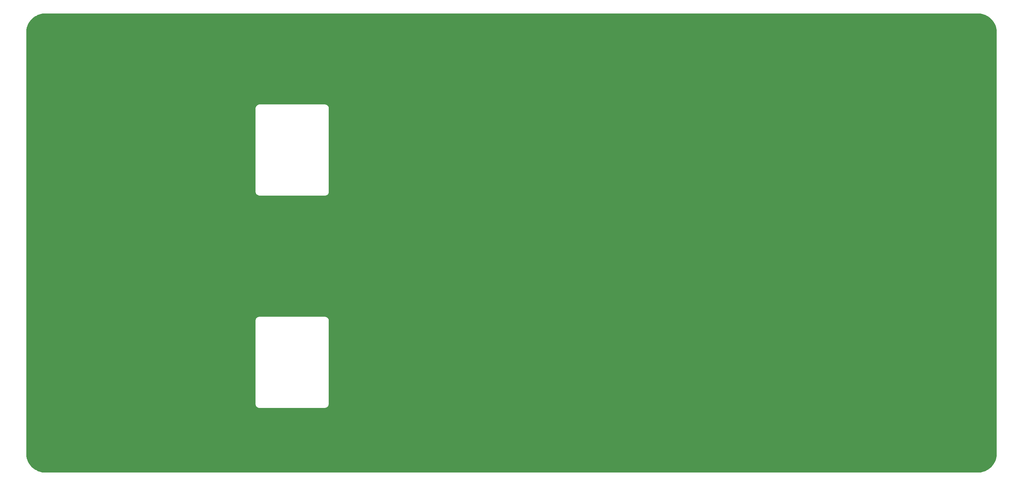
<source format=gbr>
%TF.GenerationSoftware,KiCad,Pcbnew,8.0.4-8.0.4-0~ubuntu22.04.1*%
%TF.CreationDate,2024-09-01T09:55:56+02:00*%
%TF.ProjectId,Forte_PA_Deck,466f7274-655f-4504-915f-4465636b2e6b,1.0*%
%TF.SameCoordinates,Original*%
%TF.FileFunction,Copper,L2,Bot*%
%TF.FilePolarity,Positive*%
%FSLAX46Y46*%
G04 Gerber Fmt 4.6, Leading zero omitted, Abs format (unit mm)*
G04 Created by KiCad (PCBNEW 8.0.4-8.0.4-0~ubuntu22.04.1) date 2024-09-01 09:55:56*
%MOMM*%
%LPD*%
G01*
G04 APERTURE LIST*
%TA.AperFunction,ComponentPad*%
%ADD10C,4.000000*%
%TD*%
%TA.AperFunction,ComponentPad*%
%ADD11O,1.600000X1.600000*%
%TD*%
%TA.AperFunction,ComponentPad*%
%ADD12O,2.500000X4.500000*%
%TD*%
%TA.AperFunction,ViaPad*%
%ADD13C,1.000000*%
%TD*%
%TA.AperFunction,ViaPad*%
%ADD14C,1.750000*%
%TD*%
%TA.AperFunction,ViaPad*%
%ADD15C,9.000000*%
%TD*%
G04 APERTURE END LIST*
D10*
%TO.P,J4,1,Pin_1*%
%TO.N,GND*%
X256790000Y-128000000D03*
X256790000Y-138800000D03*
X262000000Y-128000000D03*
X262000000Y-138800000D03*
X267210000Y-128000000D03*
X267210000Y-138800000D03*
%TD*%
D11*
%TO.P,TH1,2*%
%TO.N,GND*%
X94750000Y-54000000D03*
%TD*%
%TO.P,TH3,2*%
%TO.N,GND*%
X81750000Y-117440000D03*
%TD*%
D12*
%TO.P,Q2,2,S*%
%TO.N,GND*%
X94050000Y-108000000D03*
%TD*%
%TO.P,Q1,2,S*%
%TO.N,GND*%
X94050000Y-83800000D03*
%TD*%
D11*
%TO.P,TH2,2*%
%TO.N,GND*%
X81800000Y-74560000D03*
%TD*%
D13*
%TO.N,GND*%
X94900000Y-46900000D03*
X88000000Y-46900000D03*
X81100000Y-46900000D03*
X85700000Y-46900000D03*
X76500000Y-46900000D03*
X90300000Y-46900000D03*
X78800000Y-46900000D03*
X92600000Y-46900000D03*
X97200000Y-46900000D03*
X83400000Y-46900000D03*
X99500000Y-46900000D03*
X97100000Y-40400000D03*
X91100000Y-38500000D03*
X83800000Y-41900000D03*
X91000000Y-42000000D03*
X74200000Y-43200000D03*
X76700000Y-43100000D03*
D14*
X96000000Y-88500000D03*
D13*
X101828600Y-51054000D03*
X93065600Y-40335200D03*
X36550000Y-33250000D03*
X245850000Y-33250000D03*
X25000000Y-104050000D03*
X276250000Y-127700000D03*
D14*
X186750000Y-113000000D03*
D13*
X63231296Y-84974792D03*
X199500000Y-148000000D03*
X58250000Y-151500000D03*
D14*
X135166664Y-141750000D03*
X242916664Y-98250000D03*
D13*
X276250000Y-134600000D03*
D14*
X127249998Y-115750000D03*
X141583330Y-126000000D03*
D13*
X30750000Y-134750000D03*
X43000000Y-130000000D03*
X58500000Y-46750000D03*
X276250000Y-120800000D03*
X50250000Y-91050000D03*
X278750000Y-117700000D03*
X28000000Y-100550000D03*
X142350000Y-33250000D03*
X45750000Y-105550000D03*
X184550000Y-151500000D03*
X60550000Y-151500000D03*
D14*
X131583331Y-141750000D03*
X159500000Y-115750000D03*
X82000000Y-124250000D03*
D13*
X276250000Y-95500000D03*
X156150000Y-33250000D03*
X209850000Y-151500000D03*
D14*
X91500000Y-81500000D03*
X260833329Y-98250000D03*
D13*
X152000000Y-38000000D03*
D14*
X107400000Y-54600000D03*
D13*
X106000000Y-38000000D03*
X278750000Y-67450000D03*
X100507800Y-49149000D03*
X70500000Y-80750000D03*
X45750000Y-119350000D03*
D14*
X137999997Y-115750000D03*
X183583332Y-53000000D03*
D13*
X190300000Y-148000000D03*
X115750000Y-151500000D03*
X218250000Y-33250000D03*
D14*
X183333332Y-62250000D03*
X153333329Y-58750000D03*
D13*
X45750000Y-103250000D03*
D14*
X107150000Y-75600000D03*
X148749996Y-126000000D03*
D13*
X50250000Y-104850000D03*
X228250000Y-151500000D03*
X278750000Y-69750000D03*
X28000000Y-114350000D03*
D14*
X156916662Y-50000000D03*
D13*
X84407800Y-49149000D03*
X278750000Y-120000000D03*
D14*
X183749999Y-103250000D03*
D13*
X260450000Y-151500000D03*
X108850000Y-151500000D03*
X278750000Y-138400000D03*
D14*
X231416669Y-90750000D03*
D13*
X278750000Y-115400000D03*
X106800000Y-146500000D03*
X142800000Y-38000000D03*
X85850000Y-151500000D03*
D14*
X160500000Y-58750000D03*
X155916662Y-135500000D03*
X152333329Y-126000000D03*
D13*
X41600000Y-65600000D03*
D14*
X82000000Y-131750000D03*
D13*
X48750000Y-129750000D03*
D14*
X88166663Y-141750000D03*
D13*
X213650000Y-33250000D03*
X170750000Y-151500000D03*
X25000000Y-108650000D03*
X149250000Y-33250000D03*
D14*
X259000000Y-50083335D03*
D13*
X54250000Y-53000000D03*
X79200000Y-146500000D03*
X206400000Y-148000000D03*
X45750000Y-112450000D03*
X31700000Y-87750000D03*
X149700000Y-38000000D03*
D14*
X221416666Y-98250000D03*
D13*
X104500000Y-146500000D03*
X62850000Y-151500000D03*
X89450000Y-33250000D03*
D14*
X124416665Y-141750000D03*
X77416664Y-141750000D03*
X113666666Y-67250000D03*
D13*
X215950000Y-33250000D03*
D14*
X224999999Y-98250000D03*
D13*
X98207800Y-49149000D03*
X43750000Y-46000000D03*
X183400000Y-148000000D03*
X96350000Y-33250000D03*
X275750000Y-54700000D03*
X225150000Y-33250000D03*
X99900000Y-146500000D03*
X70500000Y-79250000D03*
X105550000Y-33250000D03*
X25000000Y-140850000D03*
X45750000Y-98650000D03*
D14*
X259000000Y-39333331D03*
X91500000Y-108750000D03*
D13*
X83550000Y-151500000D03*
D14*
X107150000Y-67350000D03*
D13*
X174800000Y-38000000D03*
D14*
X155916662Y-115750000D03*
D13*
X190900000Y-38000000D03*
X29750000Y-79250000D03*
X25000000Y-55750000D03*
X172250000Y-33250000D03*
X66500000Y-85500000D03*
X61515000Y-70060000D03*
X59750000Y-46750000D03*
X28000000Y-91350000D03*
D14*
X217833333Y-98250000D03*
D13*
X276250000Y-93200000D03*
X70500000Y-111250000D03*
D14*
X243450000Y-69950000D03*
D13*
X74350000Y-151500000D03*
D14*
X82000000Y-127750000D03*
D13*
X126700000Y-38000000D03*
X39000000Y-75000000D03*
D14*
X124666665Y-58750000D03*
D13*
X213300000Y-148000000D03*
X45750000Y-94050000D03*
X278750000Y-140700000D03*
D14*
X130833331Y-135500000D03*
X85000000Y-81600000D03*
D13*
X222850000Y-33250000D03*
X59000000Y-64250000D03*
D14*
X110083333Y-141750000D03*
D13*
X75600000Y-44800000D03*
X113450000Y-151500000D03*
X144650000Y-33250000D03*
X40500000Y-87700000D03*
X181450000Y-33250000D03*
X151550000Y-33250000D03*
X222500000Y-148000000D03*
X195250000Y-33250000D03*
X25000000Y-101750000D03*
X28000000Y-89050000D03*
D14*
X190916665Y-103250000D03*
D13*
X276250000Y-123100000D03*
D14*
X146166663Y-50000000D03*
D13*
X99528600Y-51054000D03*
X196050000Y-151500000D03*
X129000000Y-38000000D03*
D14*
X169000000Y-62250000D03*
D13*
X276250000Y-107000000D03*
X116000000Y-146500000D03*
X223650000Y-151500000D03*
D14*
X105750000Y-115750000D03*
X198499999Y-141250000D03*
X127999998Y-141750000D03*
D13*
X120350000Y-151500000D03*
X197800000Y-38000000D03*
X75900000Y-84900000D03*
X49500000Y-123750000D03*
D14*
X123666665Y-135500000D03*
D13*
X95300000Y-146500000D03*
X45750000Y-96350000D03*
X50250000Y-88750000D03*
D14*
X159500000Y-126000000D03*
D13*
X36500000Y-61500000D03*
X45750000Y-82550000D03*
X137750000Y-33250000D03*
D14*
X197916664Y-53000000D03*
D13*
X122650000Y-151500000D03*
X52650000Y-33250000D03*
X25000000Y-122450000D03*
D14*
X131833331Y-50000000D03*
X135416664Y-50000000D03*
D13*
X197200000Y-148000000D03*
D14*
X152333329Y-135500000D03*
X257000000Y-133500000D03*
X191333333Y-141250000D03*
X130833331Y-115750000D03*
D13*
X40500000Y-126800000D03*
X200100000Y-38000000D03*
X161750000Y-151500000D03*
D14*
X84900000Y-109500000D03*
D13*
X145650000Y-151500000D03*
D14*
X76000000Y-95750000D03*
D13*
X143600000Y-146500000D03*
X132100000Y-146500000D03*
X246650000Y-151500000D03*
X45750000Y-89450000D03*
X148200000Y-146500000D03*
X93607800Y-49149000D03*
X198350000Y-151500000D03*
X66450000Y-33250000D03*
X41250000Y-52500000D03*
D14*
X88000000Y-101300000D03*
D13*
X241250000Y-33250000D03*
D14*
X257200000Y-74450001D03*
X120083332Y-115750000D03*
D13*
X97228600Y-51054000D03*
X78828600Y-51054000D03*
D14*
X109333333Y-135500000D03*
D13*
X117050000Y-33250000D03*
X32250000Y-58250000D03*
D14*
X259000000Y-46500002D03*
X141583330Y-115750000D03*
X106750000Y-50000000D03*
D13*
X278750000Y-143000000D03*
X236000000Y-35500000D03*
X78740000Y-38963600D03*
X28000000Y-86750000D03*
D15*
X95000000Y-95750000D03*
D13*
X278750000Y-136100000D03*
X276250000Y-116200000D03*
D14*
X91500000Y-84500000D03*
D13*
X276250000Y-111600000D03*
X79950000Y-84925000D03*
X188600000Y-38000000D03*
X90328600Y-51054000D03*
X25000000Y-69550000D03*
X28000000Y-116650000D03*
X25000000Y-87950000D03*
X25000000Y-115550000D03*
D14*
X215416669Y-113000000D03*
D13*
X63250000Y-118000000D03*
X34250000Y-33250000D03*
X31250000Y-53750000D03*
D15*
X166000000Y-147000000D03*
D13*
X150500000Y-146500000D03*
X37550000Y-151500000D03*
X50250000Y-100250000D03*
X276250000Y-130000000D03*
D14*
X219166662Y-62250000D03*
X201499997Y-53000000D03*
D13*
X92750000Y-151500000D03*
X79807800Y-49149000D03*
X226000000Y-41500000D03*
X25000000Y-71850000D03*
D14*
X88000000Y-97000000D03*
D13*
X61785000Y-125550000D03*
X131850000Y-151500000D03*
X69750000Y-40750000D03*
X236000000Y-37250000D03*
D14*
X187333332Y-103250000D03*
X215999996Y-103250000D03*
D13*
X86100000Y-146500000D03*
D14*
X253666663Y-98250000D03*
D13*
X25000000Y-110950000D03*
D14*
X116499999Y-126000000D03*
D13*
X49050000Y-151500000D03*
D14*
X193916666Y-113000000D03*
D13*
X250450000Y-33250000D03*
X28000000Y-107450000D03*
D14*
X59499999Y-141750000D03*
D13*
X276250000Y-139200000D03*
X66000000Y-47000000D03*
D14*
X242166668Y-90750000D03*
D13*
X193200000Y-38000000D03*
X229750000Y-33250000D03*
X57500000Y-124000000D03*
X25000000Y-131650000D03*
X188350000Y-33250000D03*
D14*
X134416664Y-115750000D03*
D13*
X209050000Y-33250000D03*
X278750000Y-113100000D03*
D15*
X166000000Y-41000000D03*
D14*
X160500000Y-50000000D03*
D13*
X50250000Y-118650000D03*
X186300000Y-38000000D03*
X88028600Y-51054000D03*
D14*
X131583331Y-67250000D03*
D13*
X40500000Y-90000000D03*
X79500000Y-122500000D03*
X45750000Y-84850000D03*
X45750000Y-87150000D03*
X67250000Y-38000000D03*
X278750000Y-65150000D03*
X190650000Y-33250000D03*
X100950000Y-33250000D03*
X63100000Y-146500000D03*
X46250000Y-132250000D03*
X52000000Y-121250000D03*
X25000000Y-83350000D03*
D14*
X121083332Y-50000000D03*
X149499996Y-141750000D03*
X239333331Y-98250000D03*
D13*
X110600000Y-38000000D03*
X52750000Y-72750000D03*
D14*
X63083332Y-141750000D03*
D13*
X134400000Y-146500000D03*
X71900000Y-107300000D03*
X63250000Y-74000000D03*
X35250000Y-134750000D03*
X82000000Y-111250000D03*
X110150000Y-33250000D03*
X275750000Y-63900000D03*
X239750000Y-151500000D03*
X87150000Y-33250000D03*
X75250000Y-125000000D03*
X248950000Y-151500000D03*
X276250000Y-97800000D03*
X276250000Y-113900000D03*
X40750000Y-137750000D03*
D14*
X187166665Y-53000000D03*
X198383333Y-83000000D03*
D13*
X276250000Y-104700000D03*
X25000000Y-113250000D03*
X226000000Y-39750000D03*
X140500000Y-38000000D03*
X49750000Y-50250000D03*
X153850000Y-33250000D03*
X41250000Y-51250000D03*
X40500000Y-92300000D03*
X102200000Y-146500000D03*
X80000000Y-112000000D03*
D14*
X194499998Y-103250000D03*
D13*
X76750000Y-36750000D03*
X43300000Y-64000000D03*
X40500000Y-101500000D03*
D14*
X190499998Y-62250000D03*
D13*
X28000000Y-102850000D03*
X211350000Y-33250000D03*
X80500000Y-80250000D03*
X248150000Y-33250000D03*
X90765600Y-40335200D03*
D14*
X219583329Y-103250000D03*
X214250000Y-98250000D03*
D13*
X40500000Y-110700000D03*
X278750000Y-101600000D03*
X83800000Y-146500000D03*
X86165600Y-40335200D03*
X185700000Y-148000000D03*
D14*
X138999997Y-58750000D03*
D13*
X226000000Y-43799503D03*
D14*
X137999997Y-126000000D03*
X134416664Y-135500000D03*
X226750000Y-103250000D03*
X120833332Y-67250000D03*
D13*
X45750000Y-110150000D03*
X36000000Y-114300000D03*
D14*
X209249998Y-141250000D03*
X138749997Y-67250000D03*
X155916662Y-126000000D03*
D13*
X31500000Y-78250000D03*
X207000000Y-38000000D03*
X28000000Y-125850000D03*
X50250000Y-95650000D03*
X73350000Y-33250000D03*
D14*
X153083329Y-67250000D03*
D13*
X221350000Y-151500000D03*
X42150000Y-151500000D03*
D14*
X116499999Y-115750000D03*
X120833332Y-141750000D03*
X124416665Y-67250000D03*
D13*
X78765400Y-36750000D03*
D14*
X131833331Y-58750000D03*
D13*
X37000000Y-53250000D03*
X227100000Y-148000000D03*
D14*
X176166666Y-62250000D03*
D13*
X113700000Y-146500000D03*
X104851200Y-40741600D03*
D14*
X145166663Y-126000000D03*
D13*
X150250000Y-151500000D03*
X72700000Y-44800000D03*
X40500000Y-103800000D03*
X98650000Y-33250000D03*
X278750000Y-126900000D03*
D14*
X176583333Y-103250000D03*
X259000000Y-68000000D03*
D13*
X59000000Y-43250000D03*
X220800000Y-38000000D03*
X200650000Y-151500000D03*
D14*
X145166663Y-135500000D03*
D13*
X95000000Y-111250000D03*
D14*
X201249997Y-62250000D03*
D13*
X163050000Y-33250000D03*
X235150000Y-151500000D03*
X165350000Y-33250000D03*
X278750000Y-51350000D03*
D14*
X243450000Y-73533333D03*
X127249998Y-126000000D03*
D13*
X48050000Y-33250000D03*
D14*
X259149999Y-145600000D03*
D13*
X88400000Y-146500000D03*
X25000000Y-124750000D03*
D14*
X166900000Y-106400000D03*
X105750000Y-126000000D03*
D13*
X278750000Y-133800000D03*
X278750000Y-58250000D03*
X34000000Y-87750000D03*
D14*
X250083330Y-98250000D03*
X205549999Y-83000000D03*
D13*
X43450000Y-33250000D03*
D14*
X70249998Y-141750000D03*
D13*
X135900000Y-38000000D03*
X91307800Y-49149000D03*
X126250000Y-33250000D03*
D14*
X194916666Y-141250000D03*
X55916666Y-141750000D03*
X145916663Y-141750000D03*
D13*
X79900000Y-107300000D03*
X179400000Y-38000000D03*
D14*
X145916663Y-67250000D03*
X259000000Y-57250001D03*
D13*
X125200000Y-146500000D03*
X63250000Y-116500000D03*
X227750000Y-67000000D03*
X66750000Y-79000000D03*
X197550000Y-33250000D03*
D14*
X117249999Y-141750000D03*
D13*
X83500000Y-40300000D03*
X278750000Y-37550000D03*
X40500000Y-113000000D03*
D14*
X223000000Y-53000000D03*
D13*
X50250000Y-116350000D03*
X278750000Y-60550000D03*
X45750000Y-117050000D03*
X35250000Y-140750000D03*
X195500000Y-38000000D03*
D14*
X84583330Y-141750000D03*
D13*
X237450000Y-151500000D03*
X25000000Y-120150000D03*
D14*
X251983333Y-145600000D03*
X130833331Y-126000000D03*
D13*
X65500000Y-65500000D03*
X158900000Y-38000000D03*
X191450000Y-151500000D03*
X97600000Y-146500000D03*
X209300000Y-38000000D03*
X119800000Y-38000000D03*
X177650000Y-151500000D03*
X36250000Y-66750000D03*
D14*
X95333329Y-141750000D03*
D13*
X118300000Y-146500000D03*
D14*
X264166666Y-133500000D03*
X127999998Y-67250000D03*
X82600000Y-71200000D03*
D15*
X271000000Y-147000000D03*
D14*
X197666664Y-62250000D03*
D13*
X172500000Y-38000000D03*
X232850000Y-151500000D03*
X127250000Y-151500000D03*
X104250000Y-151500000D03*
X72050000Y-151500000D03*
X66000000Y-50000000D03*
X40500000Y-94600000D03*
X50350000Y-33250000D03*
X40500000Y-78500000D03*
X174550000Y-33250000D03*
X181700000Y-38000000D03*
X227450000Y-33250000D03*
D14*
X153083329Y-141750000D03*
D13*
X63750000Y-92000000D03*
X44450000Y-151500000D03*
X70000000Y-146500000D03*
X232050000Y-33250000D03*
X186850000Y-151500000D03*
D14*
X91000000Y-103100000D03*
D13*
X88465600Y-40335200D03*
X38000000Y-134750000D03*
X50250000Y-86450000D03*
D14*
X242883333Y-56050000D03*
D13*
X25000000Y-127050000D03*
D14*
X88000000Y-89800000D03*
X73000000Y-95750000D03*
D13*
X69700000Y-52500000D03*
X117500000Y-38000000D03*
X65150000Y-151500000D03*
D14*
X239300000Y-56050000D03*
D13*
X30750000Y-58250000D03*
D14*
X208833330Y-103250000D03*
X116499999Y-135500000D03*
D13*
X178800000Y-148000000D03*
D14*
X257200000Y-78033334D03*
X180166666Y-103250000D03*
D13*
X77400000Y-115950000D03*
D14*
X148749996Y-135500000D03*
D13*
X112450000Y-33250000D03*
D14*
X107400000Y-58850000D03*
D13*
X40500000Y-124500000D03*
X101950000Y-151500000D03*
X112900000Y-38000000D03*
D14*
X162100000Y-112200000D03*
D13*
X81500000Y-146500000D03*
X64150000Y-33250000D03*
X42050000Y-55500000D03*
X82550000Y-33250000D03*
D14*
X246499997Y-98250000D03*
D13*
X275750000Y-66200000D03*
X25000000Y-90250000D03*
X278750000Y-44450000D03*
X176850000Y-33250000D03*
D14*
X208249998Y-113000000D03*
D13*
X50250000Y-97950000D03*
X89500000Y-53000000D03*
X234350000Y-33250000D03*
X127500000Y-146500000D03*
X40500000Y-115300000D03*
X25000000Y-74150000D03*
X38250000Y-140000000D03*
X51500000Y-40000000D03*
D14*
X141583330Y-135500000D03*
D13*
X265050000Y-151500000D03*
X229400000Y-148000000D03*
X108300000Y-38000000D03*
D14*
X91500000Y-106500000D03*
D13*
X25000000Y-81050000D03*
X208700000Y-148000000D03*
X40500000Y-99200000D03*
X189150000Y-151500000D03*
X28000000Y-123550000D03*
X25000000Y-44250000D03*
X45250000Y-60200000D03*
D14*
X179749999Y-62250000D03*
D13*
X45750000Y-114750000D03*
D14*
X95500000Y-103000000D03*
D13*
X83000000Y-80500000D03*
X79000000Y-59800000D03*
D14*
X142583330Y-50000000D03*
D13*
X278750000Y-103900000D03*
D14*
X187750000Y-141250000D03*
D13*
X202150000Y-33250000D03*
X28000000Y-118950000D03*
X50250000Y-79550000D03*
X40500000Y-122200000D03*
X74000000Y-51000000D03*
X173050000Y-151500000D03*
X38850000Y-33250000D03*
X136450000Y-151500000D03*
D14*
X197499999Y-113000000D03*
D13*
X176500000Y-148000000D03*
X59000000Y-66000000D03*
D14*
X138749997Y-141750000D03*
D13*
X129800000Y-146500000D03*
X83000000Y-86750000D03*
X158450000Y-33250000D03*
X91750000Y-33250000D03*
X278750000Y-99300000D03*
X40500000Y-119900000D03*
X122100000Y-38000000D03*
X57750000Y-76000000D03*
X51250000Y-127250000D03*
X275750000Y-52400000D03*
X25000000Y-94850000D03*
D14*
X135416664Y-58750000D03*
D13*
X95050000Y-151500000D03*
X45750000Y-123950000D03*
X227750000Y-65250000D03*
X111400000Y-146500000D03*
X81500000Y-101250000D03*
X45750000Y-91750000D03*
D14*
X268000000Y-98250000D03*
X82600000Y-62200000D03*
D13*
X80500000Y-69250000D03*
X276250000Y-141500000D03*
X77507800Y-49149000D03*
X72500000Y-125000000D03*
X109100000Y-146500000D03*
X41250000Y-75000000D03*
X216200000Y-38000000D03*
D14*
X172583333Y-62250000D03*
D13*
X278750000Y-49050000D03*
X220550000Y-33250000D03*
D14*
X113916666Y-58750000D03*
D13*
X25000000Y-92550000D03*
X37500000Y-78250000D03*
X218500000Y-38000000D03*
D14*
X156916662Y-58750000D03*
X201083332Y-113000000D03*
D13*
X92250000Y-111250000D03*
X76650000Y-151500000D03*
X264250000Y-33250000D03*
D14*
X153333329Y-50000000D03*
D13*
X43750000Y-78250000D03*
X71050000Y-33250000D03*
X202400000Y-38000000D03*
X60800000Y-146500000D03*
X252750000Y-33250000D03*
D14*
X120083332Y-126000000D03*
D13*
X179150000Y-33250000D03*
X25000000Y-51150000D03*
X40500000Y-85400000D03*
D14*
X190333333Y-113000000D03*
D13*
X68750000Y-87250000D03*
D14*
X190749998Y-53000000D03*
X205666665Y-141250000D03*
D13*
X25000000Y-76450000D03*
X49250000Y-68750000D03*
D14*
X127249998Y-135500000D03*
D13*
X74600000Y-146500000D03*
X278750000Y-39850000D03*
X57750000Y-115000000D03*
D14*
X124666665Y-50000000D03*
D13*
X53000000Y-46750000D03*
D14*
X159500000Y-135500000D03*
D13*
X278750000Y-106200000D03*
D14*
X84750000Y-97000000D03*
X205083330Y-53000000D03*
D13*
X25000000Y-99450000D03*
X67700000Y-146500000D03*
X43750000Y-134500000D03*
X169950000Y-33250000D03*
D14*
X149749996Y-58750000D03*
D13*
X225400000Y-38000000D03*
D14*
X123666665Y-115750000D03*
X259000000Y-60833334D03*
X194800000Y-83000000D03*
D13*
X75650000Y-33250000D03*
D14*
X223166662Y-103250000D03*
X103900000Y-94200000D03*
X149499996Y-67250000D03*
D13*
X111150000Y-151500000D03*
D14*
X257200000Y-81616667D03*
D13*
X120600000Y-146500000D03*
X25000000Y-78750000D03*
X57750000Y-73750000D03*
X77950000Y-33250000D03*
D14*
X216416669Y-141250000D03*
D13*
X238950000Y-33250000D03*
X130850000Y-33250000D03*
X154300000Y-38000000D03*
X278750000Y-124600000D03*
X56250000Y-124000000D03*
D14*
X160250000Y-141750000D03*
X82600000Y-65000000D03*
D13*
X77750000Y-66000000D03*
X25000000Y-46550000D03*
D14*
X232166665Y-98250000D03*
D13*
X43750000Y-44000000D03*
X141300000Y-146500000D03*
X28000000Y-128150000D03*
D14*
X215833329Y-53000000D03*
D13*
X204450000Y-33250000D03*
X124950000Y-151500000D03*
X33000000Y-134750000D03*
X28000000Y-84450000D03*
X244350000Y-151500000D03*
X204700000Y-38000000D03*
X152550000Y-151500000D03*
D14*
X228583332Y-98250000D03*
D13*
X212150000Y-151500000D03*
X36000000Y-116600000D03*
D14*
X198383333Y-73400000D03*
X227833331Y-90750000D03*
D13*
X141050000Y-151500000D03*
X202950000Y-151500000D03*
X225950000Y-151500000D03*
X46250000Y-75000000D03*
X50900000Y-64900000D03*
D14*
X105750000Y-130750000D03*
D13*
X40250000Y-68000000D03*
D14*
X88000000Y-94500000D03*
D13*
X278750000Y-55950000D03*
D14*
X164500000Y-109300000D03*
D13*
X50250000Y-107150000D03*
X204100000Y-148000000D03*
X227700000Y-38000000D03*
X44000000Y-75000000D03*
X276250000Y-100100000D03*
D14*
X205549999Y-73400000D03*
D13*
X76581000Y-39014400D03*
X217900000Y-148000000D03*
X275750000Y-50100000D03*
X107850000Y-33250000D03*
D14*
X248400000Y-145600000D03*
D13*
X216750000Y-151500000D03*
X57750000Y-117000000D03*
X53650000Y-151500000D03*
X50250000Y-111750000D03*
X102666800Y-45237400D03*
X39600000Y-63300000D03*
D14*
X113666666Y-141750000D03*
X112916666Y-135500000D03*
X257200000Y-85200000D03*
X142333330Y-141750000D03*
D13*
X72750000Y-120750000D03*
X74500000Y-73250000D03*
X257350000Y-33250000D03*
D14*
X80999997Y-141750000D03*
D13*
X278750000Y-94700000D03*
X93000000Y-146500000D03*
X56500000Y-46750000D03*
X86707800Y-49149000D03*
X253550000Y-151500000D03*
X28000000Y-105150000D03*
D14*
X121083332Y-58750000D03*
D13*
X51000000Y-74500000D03*
D14*
X219416662Y-53000000D03*
D13*
X45750000Y-100950000D03*
X70250000Y-62250000D03*
D14*
X235000002Y-90750000D03*
D13*
X45750000Y-33250000D03*
X131300000Y-38000000D03*
D14*
X101300000Y-95900000D03*
D13*
X25000000Y-85650000D03*
X227750000Y-60000000D03*
X213900000Y-38000000D03*
X45750000Y-80250000D03*
X76500000Y-51000000D03*
X276250000Y-132300000D03*
X242050000Y-151500000D03*
X160750000Y-33250000D03*
D14*
X201966666Y-73400000D03*
D13*
X122900000Y-146500000D03*
D14*
X52333333Y-141750000D03*
D13*
X95326200Y-40360600D03*
X83600000Y-57600000D03*
D14*
X123666665Y-126000000D03*
D13*
X45750000Y-121650000D03*
D14*
X242900000Y-49850000D03*
D13*
X275750000Y-61600000D03*
X63500000Y-55250000D03*
X230250000Y-49750000D03*
D14*
X128249998Y-50000000D03*
D13*
X25000000Y-67250000D03*
X49250000Y-67000000D03*
X28500000Y-140750000D03*
X245500000Y-37500000D03*
X278750000Y-42150000D03*
X97350000Y-151500000D03*
X262750000Y-151500000D03*
X245500000Y-35750000D03*
X97500000Y-53250000D03*
X40300000Y-55500000D03*
X276250000Y-136900000D03*
X25000000Y-64950000D03*
X219050000Y-151500000D03*
X83000000Y-105250000D03*
X50900000Y-63200000D03*
X255850000Y-151500000D03*
X50250000Y-102550000D03*
X28000000Y-109750000D03*
X192950000Y-33250000D03*
X94928600Y-51054000D03*
X49750000Y-71500000D03*
X143350000Y-151500000D03*
X68750000Y-33250000D03*
X25000000Y-106350000D03*
X74000000Y-48500000D03*
X133150000Y-33250000D03*
X121650000Y-33250000D03*
X186050000Y-33250000D03*
X134150000Y-151500000D03*
X278750000Y-108500000D03*
X45250000Y-128000000D03*
X53000000Y-55750000D03*
X188000000Y-148000000D03*
D14*
X73833331Y-141750000D03*
D13*
X61850000Y-33250000D03*
X106550000Y-151500000D03*
X224800000Y-148000000D03*
X40500000Y-108400000D03*
X251250000Y-151500000D03*
X25000000Y-133950000D03*
D14*
X135166664Y-67250000D03*
D13*
X227750000Y-62250000D03*
X28000000Y-132750000D03*
X275750000Y-47800000D03*
X58000000Y-92000000D03*
X211600000Y-38000000D03*
X77250000Y-123750000D03*
X278750000Y-46750000D03*
X181100000Y-148000000D03*
X36000000Y-112000000D03*
X47500000Y-125750000D03*
X50250000Y-114050000D03*
X206750000Y-33250000D03*
X278750000Y-53650000D03*
D14*
X259000000Y-53666668D03*
D13*
X119350000Y-33250000D03*
D14*
X91200000Y-88500000D03*
X179999999Y-53000000D03*
D13*
X76900000Y-146500000D03*
X220200000Y-148000000D03*
X70500000Y-112500000D03*
X55250000Y-46750000D03*
D14*
X145166663Y-115750000D03*
D13*
X103759000Y-43205400D03*
X167650000Y-33250000D03*
D14*
X110333333Y-50000000D03*
D13*
X276250000Y-109300000D03*
D14*
X82000000Y-135500000D03*
D13*
X147400000Y-38000000D03*
D14*
X260583333Y-133500000D03*
D13*
X58500000Y-146500000D03*
X53250000Y-43250000D03*
X61750000Y-40250000D03*
X139000000Y-146500000D03*
X47000000Y-78250000D03*
X138750000Y-151500000D03*
D14*
X173000000Y-103250000D03*
D13*
X25000000Y-129350000D03*
X205250000Y-151500000D03*
X136700000Y-146500000D03*
X67250000Y-62250000D03*
X182250000Y-151500000D03*
D14*
X102500000Y-141750000D03*
D13*
X278750000Y-97000000D03*
X90700000Y-146500000D03*
D15*
X199000000Y-96000000D03*
D13*
X28000000Y-130450000D03*
D14*
X212416663Y-103250000D03*
D13*
X50250000Y-93350000D03*
D14*
X215583329Y-62250000D03*
D13*
X82107800Y-49149000D03*
X25000000Y-60350000D03*
X140050000Y-33250000D03*
D14*
X91749996Y-141750000D03*
D13*
X50250000Y-81850000D03*
D14*
X238583335Y-90750000D03*
X194800000Y-73400000D03*
D13*
X85728600Y-51054000D03*
D14*
X142583330Y-58750000D03*
D13*
X214450000Y-151500000D03*
X72750000Y-119500000D03*
X43750000Y-40000000D03*
X39500000Y-133000000D03*
X32250000Y-65500000D03*
D14*
X222750000Y-62250000D03*
X264416662Y-98250000D03*
D13*
X43250000Y-60200000D03*
X276250000Y-102400000D03*
X82000000Y-121250000D03*
D14*
X117499999Y-50000000D03*
D13*
X207550000Y-151500000D03*
X34750000Y-61500000D03*
X89007800Y-49149000D03*
X28000000Y-112050000D03*
D14*
X201966666Y-83000000D03*
D13*
X275750000Y-57000000D03*
X40500000Y-96900000D03*
D15*
X271000000Y-41000000D03*
D13*
X192600000Y-148000000D03*
D14*
X194083331Y-62250000D03*
D13*
X275750000Y-59300000D03*
X129550000Y-151500000D03*
D14*
X211999996Y-62250000D03*
D13*
X75900000Y-107300000D03*
D14*
X211833331Y-113000000D03*
D13*
X231700000Y-148000000D03*
X81128600Y-51054000D03*
X177100000Y-38000000D03*
X32000000Y-140750000D03*
X81250000Y-151500000D03*
X115200000Y-38000000D03*
X211000000Y-148000000D03*
X40500000Y-106100000D03*
X145900000Y-146500000D03*
X25000000Y-136250000D03*
X147950000Y-151500000D03*
X25000000Y-97150000D03*
X183750000Y-33250000D03*
X28000000Y-121250000D03*
X25000000Y-48850000D03*
D14*
X82600000Y-68000000D03*
X201666664Y-103250000D03*
X105750000Y-135500000D03*
D13*
X65400000Y-146500000D03*
D14*
X204666665Y-113000000D03*
D13*
X193750000Y-151500000D03*
X90450000Y-151500000D03*
X157150000Y-151500000D03*
X114750000Y-33250000D03*
D14*
X68600000Y-95800000D03*
D13*
X48250000Y-73250000D03*
X215600000Y-148000000D03*
D14*
X249333334Y-90750000D03*
D13*
X84850000Y-33250000D03*
D14*
X256500000Y-90750000D03*
D13*
X275750000Y-45500000D03*
D14*
X172833333Y-53000000D03*
X259000000Y-64416667D03*
D13*
X67450000Y-151500000D03*
D14*
X156666662Y-141750000D03*
D13*
X83464400Y-38125400D03*
X278750000Y-122300000D03*
D14*
X63250000Y-95750000D03*
D13*
X159450000Y-151500000D03*
X85500000Y-53000000D03*
X276250000Y-125400000D03*
X34500000Y-78250000D03*
D14*
X105750000Y-120750000D03*
D13*
X82000000Y-120000000D03*
X83428600Y-51054000D03*
D14*
X169600000Y-104000000D03*
D13*
X70750000Y-65500000D03*
D14*
X186916665Y-62250000D03*
X268000000Y-62149999D03*
D13*
X50250000Y-109450000D03*
D14*
X109333333Y-115750000D03*
D13*
X146950000Y-33250000D03*
X230250000Y-52750000D03*
X73000000Y-39750000D03*
D14*
X128249998Y-58750000D03*
D13*
X59750000Y-40250000D03*
D14*
X208666663Y-53000000D03*
D13*
X99650000Y-151500000D03*
X128550000Y-33250000D03*
X73750000Y-56750000D03*
X65250000Y-58250000D03*
X199850000Y-33250000D03*
X28000000Y-81000000D03*
X25000000Y-138550000D03*
D14*
X239316667Y-49850000D03*
X268000000Y-54983333D03*
D13*
X25000000Y-58050000D03*
X275750000Y-68500000D03*
D14*
X149749996Y-50000000D03*
X112916666Y-115750000D03*
X204833330Y-62250000D03*
D13*
X145100000Y-38000000D03*
X39850000Y-151500000D03*
D14*
X137999997Y-135500000D03*
X198083331Y-103250000D03*
D13*
X45750000Y-107850000D03*
D14*
X81750000Y-95750000D03*
X257249996Y-98250000D03*
D13*
X66250000Y-106500000D03*
X28000000Y-93650000D03*
D14*
X66666665Y-141750000D03*
D13*
X69750000Y-151500000D03*
X45000000Y-63950000D03*
D14*
X268000000Y-51400000D03*
D13*
X278750000Y-110800000D03*
D14*
X109333333Y-126000000D03*
X113916666Y-50000000D03*
X107150000Y-63350000D03*
X156666662Y-67250000D03*
D13*
X83000000Y-83750000D03*
X55950000Y-151500000D03*
D14*
X117249999Y-67250000D03*
D13*
X276250000Y-118500000D03*
X25000000Y-62650000D03*
X258150000Y-151500000D03*
D14*
X205249997Y-103250000D03*
D13*
X80250000Y-33250000D03*
D14*
X202083332Y-141250000D03*
D13*
X68500000Y-105000000D03*
D14*
X106500000Y-141750000D03*
X148749996Y-115750000D03*
D13*
X63750000Y-106750000D03*
X278750000Y-62850000D03*
D14*
X120083332Y-135500000D03*
D13*
X103250000Y-33250000D03*
X138200000Y-38000000D03*
X123950000Y-33250000D03*
X53750000Y-125250000D03*
X81700994Y-53200000D03*
X57250000Y-33250000D03*
X133600000Y-38000000D03*
X40500000Y-129100000D03*
X278750000Y-131500000D03*
X62000000Y-55250000D03*
X154850000Y-151500000D03*
X40500000Y-117600000D03*
D14*
X252916667Y-90750000D03*
D13*
X81500000Y-90750000D03*
X61500000Y-46750000D03*
X95907800Y-49149000D03*
X28000000Y-98250000D03*
X83000000Y-108000000D03*
D14*
X208416663Y-62250000D03*
D13*
X71850000Y-84875000D03*
X92628600Y-51054000D03*
X74100000Y-44800000D03*
X59550000Y-33250000D03*
D14*
X134416664Y-126000000D03*
X152333329Y-115750000D03*
D13*
X184000000Y-38000000D03*
D14*
X268000000Y-58566666D03*
D13*
X41150000Y-33250000D03*
X201800000Y-148000000D03*
X194900000Y-148000000D03*
X230250000Y-51250000D03*
X124400000Y-38000000D03*
D14*
X267749999Y-133500000D03*
X245750001Y-90750000D03*
D13*
X72300000Y-146500000D03*
X223100000Y-38000000D03*
D15*
X31000000Y-41000000D03*
D13*
X179950000Y-151500000D03*
X175350000Y-151500000D03*
X54950000Y-33250000D03*
D14*
X212249996Y-53000000D03*
X259000000Y-42916669D03*
X79000000Y-95750000D03*
D13*
X94050000Y-33250000D03*
X77450000Y-76050000D03*
X78950000Y-151500000D03*
D14*
X235749998Y-98250000D03*
X160250000Y-67250000D03*
X84750000Y-94500000D03*
X142333330Y-67250000D03*
X98916662Y-141750000D03*
X194333331Y-53000000D03*
X112916666Y-126000000D03*
X255566666Y-145600000D03*
D13*
X52500000Y-50000000D03*
D15*
X31000000Y-147000000D03*
D13*
X230550000Y-151500000D03*
X51350000Y-151500000D03*
X33500000Y-65500000D03*
D14*
X212833331Y-141250000D03*
D13*
X40500000Y-80800000D03*
X29400000Y-74000000D03*
D14*
X117499999Y-58750000D03*
X107150000Y-71850000D03*
D13*
X278750000Y-129200000D03*
X135450000Y-33250000D03*
X118050000Y-151500000D03*
X28000000Y-95950000D03*
X88150000Y-151500000D03*
D14*
X169250000Y-53000000D03*
D13*
X50250000Y-84150000D03*
X46750000Y-151500000D03*
X25000000Y-53450000D03*
X32750000Y-50500000D03*
X25000000Y-117850000D03*
D14*
X146166663Y-58750000D03*
D13*
X50250000Y-77250000D03*
X259650000Y-33250000D03*
D14*
X101300000Y-92800000D03*
D13*
X261950000Y-33250000D03*
D14*
X59000000Y-95750000D03*
D13*
X36300000Y-87750000D03*
X40500000Y-83100000D03*
D14*
X176416666Y-53000000D03*
D13*
X101625400Y-47218600D03*
D14*
X48750000Y-141750000D03*
X138999997Y-50000000D03*
D13*
X156600000Y-38000000D03*
X255050000Y-33250000D03*
X243550000Y-33250000D03*
X236650000Y-33250000D03*
X63250000Y-75750000D03*
X57750000Y-100000000D03*
X63750000Y-99750000D03*
%TD*%
%TA.AperFunction,Conductor*%
%TO.N,GND*%
G36*
X275000641Y-32000006D02*
G01*
X275213481Y-32002328D01*
X275222915Y-32002792D01*
X275647552Y-32039943D01*
X275658270Y-32041354D01*
X276077393Y-32115256D01*
X276087921Y-32117590D01*
X276499033Y-32227747D01*
X276509322Y-32230992D01*
X276909255Y-32376555D01*
X276919221Y-32380683D01*
X277304942Y-32560547D01*
X277314528Y-32565538D01*
X277683088Y-32778326D01*
X277692207Y-32784135D01*
X278040820Y-33028237D01*
X278049402Y-33034822D01*
X278375420Y-33308383D01*
X278383395Y-33315692D01*
X278684307Y-33616604D01*
X278691616Y-33624579D01*
X278965177Y-33950597D01*
X278971762Y-33959179D01*
X279215864Y-34307792D01*
X279221676Y-34316916D01*
X279434459Y-34685467D01*
X279439454Y-34695062D01*
X279619310Y-35080764D01*
X279623450Y-35090759D01*
X279769003Y-35490664D01*
X279772256Y-35500980D01*
X279882405Y-35912061D01*
X279884746Y-35922623D01*
X279958644Y-36341725D01*
X279960056Y-36352450D01*
X279997206Y-36777073D01*
X279997671Y-36786527D01*
X279999993Y-36999357D01*
X280000000Y-37000710D01*
X280000000Y-147999289D01*
X279999993Y-148000642D01*
X279997671Y-148213472D01*
X279997206Y-148222926D01*
X279960056Y-148647549D01*
X279958644Y-148658274D01*
X279884746Y-149077376D01*
X279882405Y-149087938D01*
X279772256Y-149499019D01*
X279769003Y-149509335D01*
X279623450Y-149909240D01*
X279619310Y-149919235D01*
X279439454Y-150304937D01*
X279434459Y-150314532D01*
X279221676Y-150683083D01*
X279215864Y-150692207D01*
X278971762Y-151040820D01*
X278965177Y-151049402D01*
X278691616Y-151375420D01*
X278684307Y-151383395D01*
X278383395Y-151684307D01*
X278375420Y-151691616D01*
X278049402Y-151965177D01*
X278040820Y-151971762D01*
X277692207Y-152215864D01*
X277683083Y-152221676D01*
X277314532Y-152434459D01*
X277304937Y-152439454D01*
X276919235Y-152619310D01*
X276909240Y-152623450D01*
X276509335Y-152769003D01*
X276499019Y-152772256D01*
X276087938Y-152882405D01*
X276077376Y-152884746D01*
X275658274Y-152958644D01*
X275647549Y-152960056D01*
X275222926Y-152997206D01*
X275213472Y-152997671D01*
X275005455Y-152999940D01*
X275000640Y-152999993D01*
X274999290Y-153000000D01*
X29000653Y-153000000D01*
X28999339Y-152999993D01*
X28786549Y-152997738D01*
X28777056Y-152997273D01*
X28352444Y-152960124D01*
X28341719Y-152958712D01*
X27922605Y-152884811D01*
X27912044Y-152882470D01*
X27706503Y-152827396D01*
X27500958Y-152772320D01*
X27490649Y-152769070D01*
X27090730Y-152623511D01*
X27080738Y-152619373D01*
X26695031Y-152439514D01*
X26685436Y-152434519D01*
X26316874Y-152221729D01*
X26307751Y-152215917D01*
X25959144Y-151971820D01*
X25950562Y-151965235D01*
X25624534Y-151691666D01*
X25616558Y-151684357D01*
X25315642Y-151383441D01*
X25308333Y-151375465D01*
X25034764Y-151049437D01*
X25028179Y-151040855D01*
X24784082Y-150692248D01*
X24778270Y-150683125D01*
X24565480Y-150314563D01*
X24560485Y-150304968D01*
X24560471Y-150304937D01*
X24380615Y-149919235D01*
X24376492Y-149909281D01*
X24230924Y-149509335D01*
X24227683Y-149499056D01*
X24117525Y-149087938D01*
X24115188Y-149077394D01*
X24041287Y-148658280D01*
X24039875Y-148647555D01*
X24035366Y-148596019D01*
X24002725Y-148222926D01*
X24002261Y-148213465D01*
X24000007Y-148000642D01*
X24000000Y-147999346D01*
X24000000Y-112949986D01*
X84478553Y-112949986D01*
X84478553Y-112950000D01*
X84478553Y-134950000D01*
X84480960Y-135048245D01*
X84480960Y-135048254D01*
X84480961Y-135048263D01*
X84519295Y-135240986D01*
X84519297Y-135240993D01*
X84594497Y-135422546D01*
X84594501Y-135422553D01*
X84703669Y-135585941D01*
X84703674Y-135585948D01*
X84842618Y-135724897D01*
X84842622Y-135724901D01*
X85006012Y-135834081D01*
X85006010Y-135834081D01*
X85187560Y-135909289D01*
X85187561Y-135909289D01*
X85187563Y-135909290D01*
X85380297Y-135947635D01*
X85472350Y-135949850D01*
X85478550Y-135950000D01*
X85478553Y-135950000D01*
X102771432Y-135950000D01*
X102771446Y-135950000D01*
X102869697Y-135947588D01*
X102869706Y-135947586D01*
X102869708Y-135947586D01*
X102964739Y-135928679D01*
X103062423Y-135909245D01*
X103243965Y-135834040D01*
X103407348Y-135724864D01*
X103546294Y-135585913D01*
X103655462Y-135422525D01*
X103730658Y-135240979D01*
X103768993Y-135048251D01*
X103771446Y-134950000D01*
X103771446Y-112950000D01*
X103769197Y-112851732D01*
X103730853Y-112658973D01*
X103730852Y-112658972D01*
X103730851Y-112658966D01*
X103655672Y-112477476D01*
X103655640Y-112477398D01*
X103546447Y-112313987D01*
X103407471Y-112175019D01*
X103407467Y-112175016D01*
X103407465Y-112175014D01*
X103244060Y-112065838D01*
X103244055Y-112065835D01*
X103062475Y-111990631D01*
X102869721Y-111952298D01*
X102869710Y-111952297D01*
X102771451Y-111950000D01*
X102771446Y-111950000D01*
X85478553Y-111950000D01*
X85386852Y-111952251D01*
X85380301Y-111952412D01*
X85380290Y-111952413D01*
X85187581Y-111990753D01*
X85187570Y-111990756D01*
X85006033Y-112065959D01*
X84842652Y-112175134D01*
X84842648Y-112175138D01*
X84703710Y-112314081D01*
X84703705Y-112314088D01*
X84594542Y-112477468D01*
X84594538Y-112477475D01*
X84519342Y-112659019D01*
X84519340Y-112659026D01*
X84481007Y-112851740D01*
X84481006Y-112851755D01*
X84478553Y-112949986D01*
X24000000Y-112949986D01*
X24000000Y-57000007D01*
X84500000Y-57000007D01*
X84500000Y-78999992D01*
X84502407Y-79098252D01*
X84502408Y-79098261D01*
X84540742Y-79290979D01*
X84540744Y-79290987D01*
X84615943Y-79472533D01*
X84615948Y-79472543D01*
X84725118Y-79635927D01*
X84725121Y-79635931D01*
X84864068Y-79774878D01*
X84864072Y-79774881D01*
X85027456Y-79884051D01*
X85027460Y-79884053D01*
X85027463Y-79884055D01*
X85209013Y-79959256D01*
X85401746Y-79997593D01*
X85500000Y-80000000D01*
X102792872Y-80000000D01*
X102792893Y-80000000D01*
X102891163Y-79997751D01*
X103083928Y-79959409D01*
X103084298Y-79959256D01*
X103140532Y-79935963D01*
X103265508Y-79884198D01*
X103318970Y-79848475D01*
X103428918Y-79775012D01*
X103428919Y-79775010D01*
X103428926Y-79775006D01*
X103567902Y-79636031D01*
X103677094Y-79472614D01*
X103752307Y-79291034D01*
X103790651Y-79098270D01*
X103792893Y-79000000D01*
X103792893Y-57000000D01*
X103790644Y-56901730D01*
X103752301Y-56708968D01*
X103677088Y-56527389D01*
X103567896Y-56363973D01*
X103567893Y-56363969D01*
X103428926Y-56225002D01*
X103265508Y-56115811D01*
X103265507Y-56115810D01*
X103265505Y-56115809D01*
X103265502Y-56115807D01*
X103265497Y-56115805D01*
X103083929Y-56040598D01*
X103083927Y-56040597D01*
X103083926Y-56040597D01*
X102988853Y-56021686D01*
X102891159Y-56002255D01*
X102792908Y-56000000D01*
X102792893Y-56000000D01*
X85500000Y-56000000D01*
X85401746Y-56002407D01*
X85401744Y-56002407D01*
X85401738Y-56002408D01*
X85209020Y-56040742D01*
X85209012Y-56040744D01*
X85027466Y-56115943D01*
X85027456Y-56115948D01*
X84864072Y-56225118D01*
X84864068Y-56225121D01*
X84725121Y-56364068D01*
X84725118Y-56364072D01*
X84615948Y-56527456D01*
X84615943Y-56527466D01*
X84540744Y-56709012D01*
X84540742Y-56709020D01*
X84502408Y-56901738D01*
X84502407Y-56901747D01*
X84500000Y-57000007D01*
X24000000Y-57000007D01*
X24000000Y-37000710D01*
X24000007Y-36999358D01*
X24002328Y-36786528D01*
X24002793Y-36777073D01*
X24039943Y-36352450D01*
X24041355Y-36341725D01*
X24115257Y-35922602D01*
X24117589Y-35912083D01*
X24227749Y-35500959D01*
X24230989Y-35490683D01*
X24376558Y-35090736D01*
X24380679Y-35080786D01*
X24560552Y-34695047D01*
X24565532Y-34685480D01*
X24778332Y-34316900D01*
X24784125Y-34307806D01*
X25028246Y-33959165D01*
X25034812Y-33950609D01*
X25308394Y-33624566D01*
X25315681Y-33616615D01*
X25616615Y-33315681D01*
X25624566Y-33308394D01*
X25950609Y-33034812D01*
X25959165Y-33028246D01*
X26307806Y-32784125D01*
X26316900Y-32778332D01*
X26685480Y-32565532D01*
X26695047Y-32560552D01*
X27080786Y-32380679D01*
X27090736Y-32376558D01*
X27490683Y-32230989D01*
X27500959Y-32227749D01*
X27912083Y-32117589D01*
X27922602Y-32115257D01*
X28341732Y-32041353D01*
X28352444Y-32039943D01*
X28777085Y-32002792D01*
X28786517Y-32002328D01*
X28999358Y-32000006D01*
X29000710Y-32000000D01*
X274999290Y-32000000D01*
X275000641Y-32000006D01*
G37*
%TD.AperFunction*%
%TD*%
M02*

</source>
